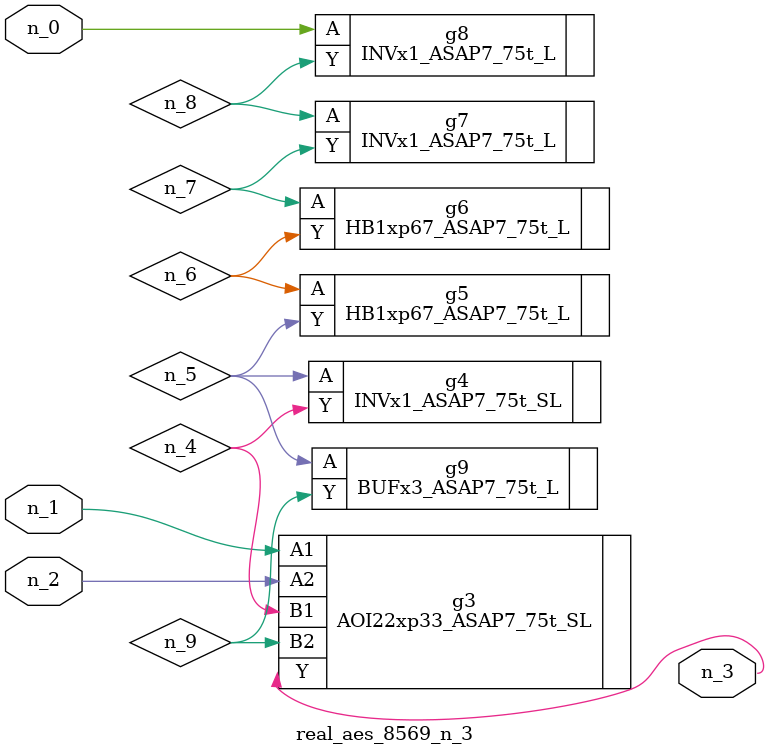
<source format=v>
module real_aes_8569_n_3 (n_0, n_2, n_1, n_3);
input n_0;
input n_2;
input n_1;
output n_3;
wire n_4;
wire n_5;
wire n_7;
wire n_9;
wire n_6;
wire n_8;
INVx1_ASAP7_75t_L g8 ( .A(n_0), .Y(n_8) );
AOI22xp33_ASAP7_75t_SL g3 ( .A1(n_1), .A2(n_2), .B1(n_4), .B2(n_9), .Y(n_3) );
INVx1_ASAP7_75t_SL g4 ( .A(n_5), .Y(n_4) );
BUFx3_ASAP7_75t_L g9 ( .A(n_5), .Y(n_9) );
HB1xp67_ASAP7_75t_L g5 ( .A(n_6), .Y(n_5) );
HB1xp67_ASAP7_75t_L g6 ( .A(n_7), .Y(n_6) );
INVx1_ASAP7_75t_L g7 ( .A(n_8), .Y(n_7) );
endmodule
</source>
